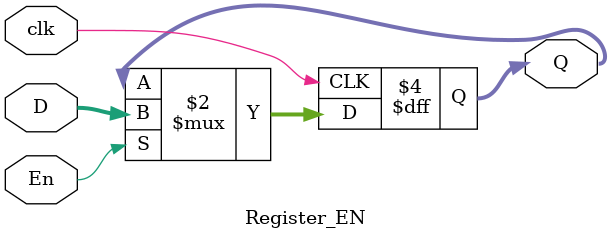
<source format=sv>
`timescale 1ns / 1ps
module Register_EN(D,clk,En, Q);
  	input[31:0] D; // Data input 
	input clk; // clock input 
  	input En;
  	output reg[31:0] Q; // output Q 

  always @(posedge clk ) 
		begin
          if (En) Q <= D; 
		end 
endmodule
</source>
